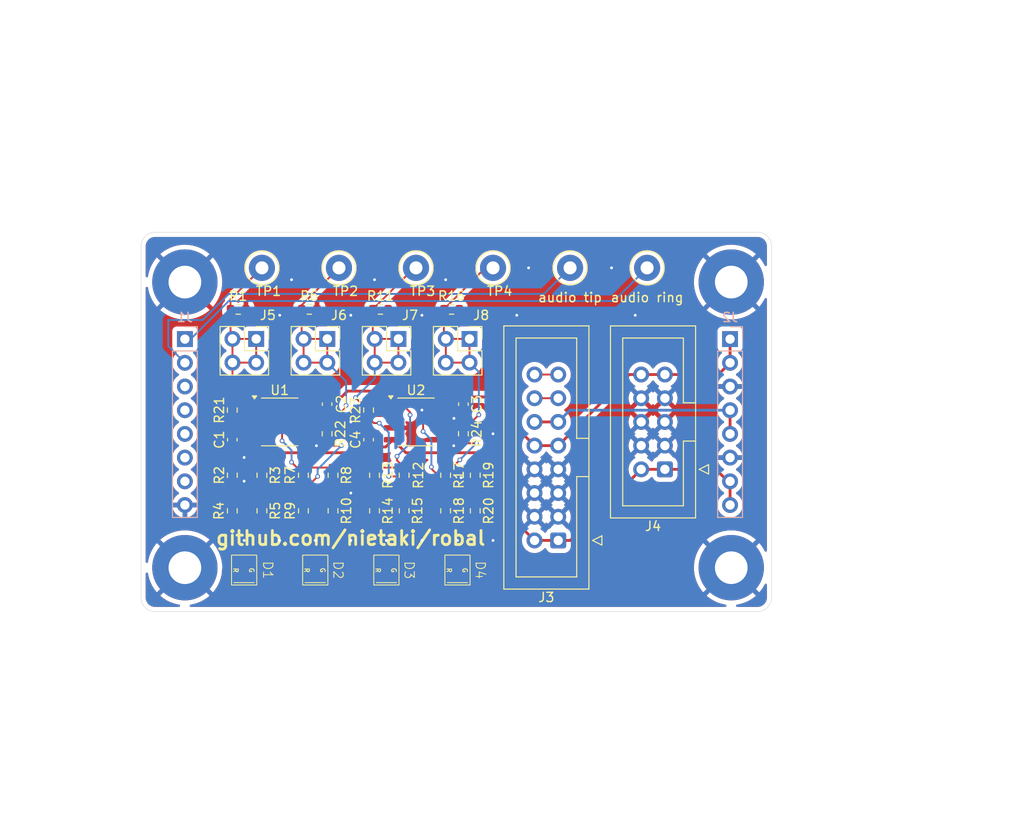
<source format=kicad_pcb>
(kicad_pcb (version 20240108) (generator "pcbnew") (generator_version "8.0")
  (layers (0 "F.Cu" signal) (31 "B.Cu" signal) (34 "B.Paste" user) (35 "F.Paste" user) (36 "B.SilkS" user "B.Silkscreen") (37 "F.SilkS" user "F.Silkscreen") (38 "B.Mask" user) (39 "F.Mask" user) (44 "Edge.Cuts" user))
  (net 0 "")
  (net 1 "Net-(D1-A2)")
  (net 2 "Net-(D1-A1)")
  (net 3 "Net-(D2-A2)")
  (net 4 "Net-(D2-A1)")
  (net 5 "GND")
  (net 6 "tri")
  (net 7 "pulse")
  (net 8 "manual_gate")
  (net 9 "EG")
  (net 10 "audio_tip")
  (net 11 "sine")
  (net 12 "audio_ring")
  (net 13 "+5V")
  (net 14 "+12V")
  (net 15 "-12V")
  (net 16 "cv")
  (net 17 "gate")
  (net 18 "Net-(D3-A1)")
  (net 19 "Net-(D3-A2)")
  (net 20 "Net-(D4-A1)")
  (net 21 "Net-(D4-A2)")
  (net 22 "Net-(J5-Pin_1)")
  (net 23 "Net-(J6-Pin_1)")
  (net 24 "Net-(J7-Pin_1)")
  (net 25 "Net-(J8-Pin_1)")
  (net 26 "Net-(R2-Pad2)")
  (net 27 "Net-(U1A--)")
  (net 28 "Net-(R7-Pad2)")
  (net 29 "Net-(U1B--)")
  (net 30 "Net-(R12-Pad2)")
  (net 31 "Net-(U2A--)")
  (net 32 "Net-(R17-Pad2)")
  (net 33 "Net-(U2B--)")
  (footprint "Resistor_SMD:R_0603_1608Metric" (layer "F.Cu") (at 144.78 100.965 90)
    (property "Reference" "R7")
    (property "Value" "100k")
  )
  (footprint "Resistor_SMD:R_0603_1608Metric" (layer "F.Cu") (at 160.02 104.775 -90)
    (property "Reference" "R18")
    (property "Value" "1k")
  )
  (footprint "Resistor_SMD:R_0603_1608Metric" (layer "F.Cu") (at 147.32 96.52 -90)
    (property "Reference" "R22")
    (property "Value" "100k")
  )
  (footprint "Connector_IDC:IDC-Header_2x08_P2.54mm_Vertical" (layer "F.Cu") (at 172.085 107.95 180)
    (property "Reference" "J3")
    (property "Value" "Conn_02x08_Odd_Even")
  )
  (footprint "Resistor_SMD:R_0603_1608Metric" (layer "F.Cu") (at 163.195 100.965 -90)
    (property "Reference" "R19")
    (property "Value" "1k")
  )
  (footprint "robal_footprints:E6C1209RVGC2UDA" (layer "F.Cu") (at 153.67 111.125 -90)
    (property "Reference" "D3")
    (property "Value" "LED_Dual_AKAK")
  )
  (footprint "Resistor_SMD:R_0603_1608Metric" (layer "F.Cu") (at 140.335 104.775 -90)
    (property "Reference" "R5")
    (property "Value" "1k")
  )
  (footprint "Resistor_SMD:R_0603_1608Metric" (layer "F.Cu") (at 160.02 100.965 -90)
    (property "Reference" "R17")
    (property "Value" "100k")
  )
  (footprint "Capacitor_SMD:C_0603_1608Metric" (layer "F.Cu") (at 137.16 97.155 -90)
    (property "Reference" "C1")
    (property "Value" "100n")
  )
  (footprint "Resistor_SMD:R_0603_1608Metric" (layer "F.Cu") (at 144.78 104.775 90)
    (property "Reference" "R9")
    (property "Value" "1k")
  )
  (footprint "Resistor_SMD:R_0603_1608Metric" (layer "F.Cu") (at 152.4 104.775 -90)
    (property "Reference" "R14")
    (property "Value" "1k")
  )
  (footprint "Resistor_SMD:R_0603_1608Metric" (layer "F.Cu") (at 153.035 83.185)
    (property "Reference" "R11")
    (property "Value" "1M")
  )
  (footprint "Connector_PinSocket_2.54mm:PinSocket_2x02_P2.54mm_Vertical" (layer "F.Cu") (at 154.96 86.355)
    (property "Reference" "J7")
    (property "Value" "Conn_02x02_Odd_Even")
  )
  (footprint "Resistor_SMD:R_0603_1608Metric" (layer "F.Cu") (at 137.16 104.775 90)
    (property "Reference" "R4")
    (property "Value" "1k")
  )
  (footprint "Capacitor_SMD:C_0603_1608Metric" (layer "F.Cu") (at 147.32 93.345 90)
    (property "Reference" "C2")
    (property "Value" "100n")
  )
  (footprint "Resistor_SMD:R_0603_1608Metric" (layer "F.Cu") (at 160.655 83.185)
    (property "Reference" "R16")
    (property "Value" "1M")
  )
  (footprint "Resistor_SMD:R_0603_1608Metric" (layer "F.Cu") (at 140.335 100.965 -90)
    (property "Reference" "R3")
    (property "Value" "1k")
  )
  (footprint "robal_footprints:E6C1209RVGC2UDA" (layer "F.Cu") (at 138.43 111.125 -90)
    (property "Reference" "D1")
    (property "Value" "LED_Dual_AKAK")
  )
  (footprint "Package_SO:SOIC-8_3.9x4.9mm_P1.27mm" (layer "F.Cu") (at 156.845 95.25)
    (property "Reference" "U2")
    (property "Value" "NE5532DR")
  )
  (footprint "Capacitor_SMD:C_0603_1608Metric" (layer "F.Cu") (at 161.925 93.345 -90)
    (property "Reference" "C3")
    (property "Value" "100n")
  )
  (footprint "Capacitor_SMD:C_0603_1608Metric" (layer "F.Cu") (at 151.765 97.155 -90)
    (property "Reference" "C4")
    (property "Value" "100n")
  )
  (footprint "Resistor_SMD:R_0603_1608Metric" (layer "F.Cu") (at 137.16 100.965 -90)
    (property "Reference" "R2")
    (property "Value" "100k")
  )
  (footprint "Resistor_SMD:R_0603_1608Metric" (layer "F.Cu") (at 137.795 83.185)
    (property "Reference" "R1")
    (property "Value" "1M")
  )
  (footprint "TestPoint:TestPoint_Loop_D3.50mm_Drill1.4mm_Beaded" (layer "F.Cu") (at 156.845 78.74)
    (property "Reference" "TP3")
    (property "Value" "TestPoint")
  )
  (footprint "TestPoint:TestPoint_Loop_D3.50mm_Drill1.4mm_Beaded" (layer "F.Cu") (at 173.355 78.74)
    (property "Reference" "TP5" (hide yes))
    (property "Value" "audio tip")
  )
  (footprint "Resistor_SMD:R_0603_1608Metric" (layer "F.Cu") (at 152.4 100.965 -90)
    (property "Reference" "R13")
    (property "Value" "1k")
  )
  (footprint "MountingHole:MountingHole_3.5mm_Pad_TopBottom" (layer "F.Cu") (at 190.627 80.264)
    (property "Reference" "H2" (hide yes))
    (property "Value" "MountingHole_Pad")
  )
  (footprint "Resistor_SMD:R_0603_1608Metric" (layer "F.Cu") (at 155.575 104.775 -90)
    (property "Reference" "R15")
    (property "Value" "1k")
  )
  (footprint "MountingHole:MountingHole_3.5mm_Pad_TopBottom" (layer "F.Cu") (at 132.08 110.871)
    (property "Reference" "H3" (hide yes))
    (property "Value" "MountingHole_Pad")
  )
  (footprint "Connector_PinSocket_2.54mm:PinSocket_2x02_P2.54mm_Vertical" (layer "F.Cu") (at 147.34 86.355)
    (property "Reference" "J6")
    (property "Value" "Conn_02x02_Odd_Even")
  )
  (footprint "robal_footprints:E6C1209RVGC2UDA" (layer "F.Cu") (at 146.05 111.125 -90)
    (property "Reference" "D2")
    (property "Value" "LED_Dual_AKAK")
  )
  (footprint "Resistor_SMD:R_0603_1608Metric" (layer "F.Cu") (at 161.925 96.52 -90)
    (property "Reference" "R24")
    (property "Value" "100k")
  )
  (footprint "Package_SO:SOIC-8_3.9x4.9mm_P1.27mm" (layer "F.Cu") (at 142.24 95.25)
    (property "Reference" "U1")
    (property "Value" "NE5532DR")
  )
  (footprint "Resistor_SMD:R_0603_1608Metric" (layer "F.Cu") (at 155.575 100.965 90)
    (property "Reference" "R12")
    (property "Value" "100k")
  )
  (footprint "Resistor_SMD:R_0603_1608Metric" (layer "F.Cu") (at 147.955 104.775 -90)
    (property "Reference" "R10")
    (property "Value" "1k")
  )
  (footprint "Connector_PinSocket_2.54mm:PinSocket_2x02_P2.54mm_Vertical" (layer "F.Cu") (at 162.58 86.355)
    (property "Reference" "J8")
    (property "Value" "Conn_02x02_Odd_Even")
  )
  (footprint "Connector_PinSocket_2.54mm:PinSocket_2x02_P2.54mm_Vertical" (layer "F.Cu") (at 139.72 86.355)
    (property "Reference" "J5")
    (property "Value" "Conn_02x02_Odd_Even")
  )
  (footprint "Resistor_SMD:R_0603_1608Metric" (layer "F.Cu") (at 163.195 104.775 -90)
    (property "Reference" "R20")
    (property "Value" "1k")
  )
  (footprint "Connector_IDC:IDC-Header_2x05_P2.54mm_Vertical" (layer "F.Cu") (at 183.515 100.33 180)
    (property "Reference" "J4")
    (property "Value" "Conn_02x05_Odd_Even")
  )
  (footprint "MountingHole:MountingHole_3.5mm_Pad_TopBottom" (layer "F.Cu") (at 190.627 110.871)
    (property "Reference" "H4" (hide yes))
    (property "Value" "MountingHole_Pad")
  )
  (footprint "Resistor_SMD:R_0603_1608Metric" (layer "F.Cu") (at 137.16 93.98 -90)
    (property "Reference" "R21")
    (property "Value" "100k")
  )
  (footprint "Resistor_SMD:R_0603_1608Metric" (layer "F.Cu") (at 145.415 83.185)
    (property "Reference" "R6")
    (property "Value" "1M")
  )
  (footprint "Resistor_SMD:R_0603_1608Metric" (layer "F.Cu") (at 147.955 100.965 -90)
    (property "Reference" "R8")
    (property "Value" "1k")
  )
  (footprint "TestPoint:TestPoint_Loop_D3.50mm_Drill1.4mm_Beaded" (layer "F.Cu") (at 140.335 78.74)
    (property "Reference" "TP1")
    (property "Value" "TestPoint")
  )
  (footprint "Resistor_SMD:R_0603_1608Metric" (layer "F.Cu") (at 151.765 93.98 -90)
    (property "Reference" "R23")
    (property "Value" "100k")
  )
  (footprint "robal_footprints:E6C1209RVGC2UDA" (layer "F.Cu") (at 161.29 111.125 -90)
    (property "Reference" "D4")
    (property "Value" "LED_Dual_AKAK")
  )
  (footprint "TestPoint:TestPoint_Loop_D3.50mm_Drill1.4mm_Beaded" (layer "F.Cu") (at 148.59 78.74)
    (property "Reference" "TP2")
    (property "Value" "TestPoint")
  )
  (footprint "MountingHole:MountingHole_3.5mm_Pad_TopBottom" (layer "F.Cu") (at 132.08 80.264)
    (property "Reference" "H1" (hide yes))
    (property "Value" "MountingHole_Pad")
  )
  (footprint "TestPoint:TestPoint_Loop_D3.50mm_Drill1.4mm_Beaded" (layer "F.Cu") (at 181.61 78.74)
    (property "Reference" "TP6" (hide yes))
    (property "Value" "audio ring")
  )
  (footprint "TestPoint:TestPoint_Loop_D3.50mm_Drill1.4mm_Beaded" (layer "F.Cu") (at 165.1 78.74)
    (property "Reference" "TP4")
    (property "Value" "TestPoint")
  )
  (footprint "Connector_PinHeader_2.54mm:PinHeader_1x08_P2.54mm_Vertical" (layer "B.Cu") (at 132.08 86.375 180)
    (property "Reference" "J1")
    (property "Value" "Conn_01x08")
  )
  (footprint "Connector_PinHeader_2.54mm:PinHeader_1x08_P2.54mm_Vertical" (layer "B.Cu") (at 190.5 86.375 180)
    (property "Reference" "J2")
    (property "Value" "Conn_01x08")
  )
  (gr_line (start 193.445 115.57) (end 128.881 115.57) (stroke (width 0.05)) (layer "Edge.Cuts"))
  (gr_line (start 127.381 114.07) (end 127.381 76.43) (stroke (width 0.05)) (layer "Edge.Cuts"))
  (gr_arc (start 194.945 114.07) (mid 194.50566 115.13066) (end 193.445 115.57) (stroke (width 0.05)) (layer "Edge.Cuts"))
  (gr_arc (start 193.445 74.93) (mid 194.50566 75.36934) (end 194.945 76.43) (stroke (width 0.05)) (layer "Edge.Cuts"))
  (gr_line (start 194.945 76.43) (end 194.945 114.07) (stroke (width 0.05)) (layer "Edge.Cuts"))
  (gr_arc (start 128.881 115.57) (mid 127.82034 115.13066) (end 127.381 114.07) (stroke (width 0.05)) (layer "Edge.Cuts"))
  (gr_arc (start 127.381 76.43) (mid 127.82034 75.36934) (end 128.881 74.93) (stroke (width 0.05)) (layer "Edge.Cuts"))
  (gr_line (start 128.881 74.93) (end 193.445 74.93) (stroke (width 0.05)) (layer "Edge.Cuts"))
  (gr_text "github.com/nietaki/robal" (at 135.255 108.585 0) (layer "F.SilkS") (effects (font (size 1.5 1.5) (thickness 0.3) (bold yes)) (justify left bottom)))
  (segment (start 141.11 102.565) (end 141.11 110.695) (width 0.2) (layer "F.Cu") (net 1))
  (segment (start 140.335 101.79) (end 139.32 101.79) (width 0.2) (layer "F.Cu") (net 1))
  (segment (start 137.48 109.825) (end 137.48 110.025) (width 0.2) (layer "F.Cu") (net 1))
  (segment (start 140.335 101.79) (end 141.11 102.565) (width 0.2) (layer "F.Cu") (net 1))
  (segment (start 139.38 111.925) (end 139.38 112.425) (width 0.2) (layer "F.Cu") (net 1))
  (segment (start 141.11 110.695) (end 139.38 112.425) (width 0.2) (layer "F.Cu") (net 1))
  (segment (start 139.32 101.79) (end 137.16 103.95) (width 0.2) (layer "F.Cu") (net 1))
  (segment (start 137.48 110.025) (end 139.38 111.925) (width 0.2) (layer "F.Cu") (net 1))
  (segment (start 140.335 108.87) (end 139.38 109.825) (width 0.2) (layer "F.Cu") (net 2))
  (segment (start 140.335 105.6) (end 140.335 108.87) (width 0.2) (layer "F.Cu") (net 2))
  (segment (start 147 112.225) (end 145.1 110.325) (width 0.2) (layer "F.Cu") (net 3))
  (segment (start 146.94 101.79) (end 144.78 103.95) (width 0.2) (layer "F.Cu") (net 3))
  (segment (start 145.1 110.325) (end 145.1 109.825) (width 0.2) (layer "F.Cu") (net 3))
  (segment (start 147.955 101.79) (end 146.94 101.79) (width 0.2) (layer "F.Cu") (net 3))
  (segment (start 144.78 103.95) (end 143.764 104.966) (width 0.2) (layer "F.Cu") (net 3))
  (segment (start 147 112.425) (end 147 112.225) (width 0.2) (layer "F.Cu") (net 3))
  (segment (start 143.764 104.966) (end 143.764 108.489) (width 0.2) (layer "F.Cu") (net 3))
  (segment (start 143.764 108.489) (end 145.1 109.825) (width 0.2) (layer "F.Cu") (net 3))
  (segment (start 147.955 105.6) (end 147.955 108.87) (width 0.2) (layer "F.Cu") (net 4))
  (segment (start 147.955 108.87) (end 147 109.825) (width 0.2) (layer "F.Cu") (net 4))
  (segment (start 161.658 94.12) (end 160.909 94.869) (width 0.3) (layer "F.Cu") (net 5))
  (segment (start 161.925 94.12) (end 161.658 94.12) (width 0.3) (layer "F.Cu") (net 5))
  (segment (start 164.02 103.125) (end 163.195 103.95) (width 0.3) (layer "F.Cu") (net 5))
  (segment (start 159.32 97.155) (end 160.241916 97.155) (width 0.3) (layer "F.Cu") (net 5))
  (segment (start 163.195 100.14) (end 162.75 100.14) (width 0.3) (layer "F.Cu") (net 5))
  (segment (start 137.655 95.885) (end 137.16 96.38) (width 0.3) (layer "F.Cu") (net 5))
  (segment (start 160.241916 97.155) (end 160.888916 97.802) (width 0.3) (layer "F.Cu") (net 5))
  (segment (start 145.53 97.155) (end 146.177 97.802) (width 0.3) (layer "F.Cu") (net 5))
  (segment (start 144.715 97.155) (end 145.53 97.155) (width 0.3) (layer "F.Cu") (net 5))
  (segment (start 139.765 95.885) (end 137.655 95.885) (width 0.3) (layer "F.Cu") (net 5))
  (segment (start 164.02 100.965) (end 164.02 103.125) (width 0.3) (layer "F.Cu") (net 5))
  (segment (start 162.75 100.14) (end 161.671 101.219) (width 0.3) (layer "F.Cu") (net 5))
  (segment (start 163.195 100.14) (end 164.02 100.965) (width 0.3) (layer "F.Cu") (net 5))
  (via (at 138.43 107.95) (size 0.5) (drill 0.3) (layers "F.Cu" "B.Cu") (net 5))
  (via (at 138.43 101.6) (size 0.5) (drill 0.3) (layers "F.Cu" "B.Cu") (net 5))
  (via (at 143.51 80.01) (size 0.5) (drill 0.3) (layers "F.Cu" "B.Cu") (net 5))
  (via (at 149.86 95.25) (size 0.5) (drill 0.3) (layers "F.Cu" "B.Cu") (net 5))
  (via (at 157.48 107.95) (size 0.5) (drill 0.3) (layers "F.Cu" "B.Cu") (net 5))
  (via (at 161.29 107.95) (size 0.5) (drill 0.3) (layers "F.Cu" "B.Cu") (net 5))
  (via (at 149.86 83.82) (size 0.5) (drill 0.3) (layers "F.Cu" "B.Cu") (net 5))
  (via (at 142.24 107.95) (size 0.5) (drill 0.3) (layers "F.Cu" "B.Cu") (net 5))
  (via (at 165.1 96.52) (size 0.5) (drill 0.3) (layers "F.Cu" "B.Cu") (net 5))
  (via (at 161.671 101.219) (size 0.6) (drill 0.3) (layers "F.Cu" "B.Cu") (net 5))
  (via (at 149.86 107.95) (size 0.5) (drill 0.3) (layers "F.Cu" "B.Cu") (net 5))
  (via (at 168.91 78.74) (size 0.5) (drill 0.3) (layers "F.Cu" "B.Cu") (net 5))
  (via (at 152.4 80.01) (size 0.5) (drill 0.3) (layers "F.Cu" "B.Cu") (net 5))
  (via (at 146.177 97.802) (size 0.6) (drill 0.3) (layers "F.Cu" "B.Cu") (net 5))
  (via (at 138.43 99.06) (size 0.5) (drill 0.3) (layers "F.Cu" "B.Cu") (net 5))
  (via (at 160.909 94.869) (size 0.6) (drill 0.3) (layers "F.Cu" "B.Cu") (net 5))
  (via (at 146.05 107.95) (size 0.5) (drill 0.3) (layers "F.Cu" "B.Cu") (net 5))
  (via (at 160.888916 97.802) (size 0.6) (drill 0.3) (layers "F.Cu" "B.Cu") (net 5))
  (via (at 157.48 93.98) (size 0.5) (drill 0.3) (layers "F.Cu" "B.Cu") (net 5))
  (via (at 167.64 83.82) (size 0.5) (drill 0.3) (layers "F.Cu" "B.Cu") (net 5))
  (via (at 149.86 102.87) (size 0.5) (drill 0.3) (layers "F.Cu" "B.Cu") (net 5))
  (via (at 165.1 107.95) (size 0.5) (drill 0.3) (layers "F.Cu" "B.Cu") (net 5))
  (via (at 160.02 80.01) (size 0.5) (drill 0.3) (layers "F.Cu" "B.Cu") (net 5))
  (via (at 153.67 107.95) (size 0.5) (drill 0.3) (layers "F.Cu" "B.Cu") (net 5))
  (via (at 157.48 83.82) (size 0.5) (drill 0.3) (layers "F.Cu" "B.Cu") (net 5))
  (via (at 177.8 78.74) (size 0.5) (drill 0.3) (layers "F.Cu" "B.Cu") (net 5))
  (via (at 142.24 83.82) (size 0.5) (drill 0.3) (layers "F.Cu" "B.Cu") (net 5))
  (via (at 180.34 83.82) (size 0.5) (drill 0.3) (layers "F.Cu" "B.Cu") (net 5))
  (segment (start 130.302 87.137) (end 130.302 84.328) (width 0.2) (layer "B.Cu") (net 10))
  (segment (start 132.08 88.915) (end 130.302 87.137) (width 0.2) (layer "B.Cu") (net 10))
  (segment (start 170.561 81.534) (end 173.355 78.74) (width 0.2) (layer "B.Cu") (net 10))
  (segment (start 136.779 81.534) (end 170.561 81.534) (width 0.2) (layer "B.Cu") (net 10))
  (segment (start 133.985 84.328) (end 136.779 81.534) (width 0.2) (layer "B.Cu") (net 10))
  (segment (start 130.302 84.328) (end 133.985 84.328) (width 0.2) (layer "B.Cu") (net 10))
  (segment (start 132.7 86.375) (end 136.779 82.296) (width 0.2) (layer "B.Cu") (net 12))
  (segment (start 178.054 82.296) (end 181.61 78.74) (width 0.2) (layer "B.Cu") (net 12))
  (segment (start 136.779 82.296) (end 178.054 82.296) (width 0.2) (layer "B.Cu") (net 12))
  (segment (start 132.08 86.375) (end 132.7 86.375) (width 0.2) (layer "B.Cu") (net 12))
  (segment (start 190.5 93.995) (end 190.5 96.535) (width 0.3) (layer "F.Cu") (net 13))
  (segment (start 169.545 95.25) (end 172.085 95.25) (width 0.3) (layer "F.Cu") (net 13))
  (segment (start 173.34 93.995) (end 172.085 95.25) (width 0.3) (layer "B.Cu") (net 13))
  (segment (start 190.5 93.995) (end 173.34 93.995) (width 0.3) (layer "B.Cu") (net 13))
  (segment (start 157.923 91.948) (end 149.492 91.948) (width 0.3) (layer "F.Cu") (net 14))
  (segment (start 164.325 92.57) (end 161.925 92.57) (width 0.3) (layer "F.Cu") (net 14))
  (segment (start 179.705 90.17) (end 172.085 97.79) (width 0.3) (layer "F.Cu") (net 14))
  (segment (start 190.5 86.375) (end 190.5 88.915) (width 0.3) (layer "F.Cu") (net 14))
  (segment (start 149.492 91.948) (end 147.32 94.12) (width 0.3) (layer "F.Cu") (net 14))
  (segment (start 190.5 88.915) (end 189.245 90.17) (width 0.3) (layer "F.Cu") (net 14))
  (segment (start 146.545 93.345) (end 147.32 94.12) (width 0.3) (layer "F.Cu") (net 14))
  (segment (start 180.975 90.17) (end 179.705 90.17) (width 0.3) (layer "F.Cu") (net 14))
  (segment (start 161.925 92.57) (end 160.095 92.57) (width 0.3) (layer "F.Cu") (net 14))
  (segment (start 189.245 90.17) (end 183.515 90.17) (width 0.3) (layer "F.Cu") (net 14))
  (segment (start 159.32 93.345) (end 157.923 91.948) (width 0.3) (layer "F.Cu") (net 14))
  (segment (start 160.095 92.57) (end 159.32 93.345) (width 0.3) (layer "F.Cu") (net 14))
  (segment (start 169.545 97.79) (end 164.325 92.57) (width 0.3) (layer "F.Cu") (net 14))
  (segment (start 172.085 97.79) (end 169.545 97.79) (width 0.3) (layer "F.Cu") (net 14))
  (segment (start 144.715 93.345) (end 146.545 93.345) (width 0.3) (layer "F.Cu") (net 14))
  (segment (start 183.515 90.17) (end 180.975 90.17) (width 0.3) (layer "F.Cu") (net 14))
  (segment (start 151.143 98.552) (end 141.162 98.552) (width 0.3) (layer "F.Cu") (net 15))
  (segment (start 153.595 97.93) (end 151.765 97.93) (width 0.3) (layer "F.Cu") (net 15))
  (segment (start 163.576 98.552) (end 155.767 98.552) (width 0.3) (layer "F.Cu") (net 15))
  (segment (start 141.162 98.552) (end 139.765 97.155) (width 0.3) (layer "F.Cu") (net 15))
  (segment (start 190.261 101.615) (end 188.976 100.33) (width 0.3) (layer "F.Cu") (net 15))
  (segment (start 190.5 104.155) (end 190.5 101.615) (width 0.3) (layer "F.Cu") (net 15))
  (segment (start 172.085 107.95) (end 169.545 107.95) (width 0.3) (layer "F.Cu") (net 15))
  (segment (start 164.846 103.251) (end 164.846 99.822) (width 0.3) (layer "F.Cu") (net 15))
  (segment (start 164.846 99.822) (end 163.576 98.552) (width 0.3) (layer "F.Cu") (net 15))
  (segment (start 137.935 97.155) (end 137.16 97.93) (width 0.3) (layer "F.Cu") (net 15))
  (segment (start 183.515 100.33) (end 180.975 100.33) (width 0.3) (layer "F.Cu") (net 15))
  (segment (start 180.975 100.33) (end 173.355 107.95) (width 0.3) (layer "F.Cu") (net 15))
  (segment (start 155.767 98.552) (end 154.37 97.155) (width 0.3) (layer "F.Cu") (net 15))
  (segment (start 169.545 107.95) (end 164.846 103.251) (width 0.3) (layer "F.Cu") (net 15))
  (segment (start 139.765 97.155) (end 137.935 97.155) (width 0.3) (layer "F.Cu") (net 15))
  (segment (start 190.5 101.615) (end 190.261 101.615) (width 0.3) (layer "F.Cu") (net 15))
  (segment (start 173.355 107.95) (end 172.085 107.95) (width 0.3) (layer "F.Cu") (net 15))
  (segment (start 151.765 97.93) (end 151.143 98.552) (width 0.3) (layer "F.Cu") (net 15))
  (segment (start 154.37 97.155) (end 153.595 97.93) (width 0.3) (layer "F.Cu") (net 15))
  (segment (start 188.976 100.33) (end 183.515 100.33) (width 0.3) (layer "F.Cu") (net 15))
  (segment (start 172.085 92.71) (end 169.545 92.71) (width 0.2) (layer "F.Cu") (net 16))
  (segment (start 169.545 90.17) (end 172.085 90.17) (width 0.2) (layer "F.Cu") (net 17))
  (segment (start 155.575 105.6) (end 155.575 108.87) (width 0.2) (layer "F.Cu") (net 18))
  (segment (start 155.575 108.87) (end 154.62 109.825) (width 0.2) (layer "F.Cu") (net 18))
  (segment (start 152.4 105.6) (end 152.4 109.505) (width 0.2) (layer "F.Cu") (net 19))
  (segment (start 151.625 104.825) (end 152.4 105.6) (width 0.2) (layer "F.Cu") (net 19))
  (segment (start 154.62 112.425) (end 154.62 112.225) (width 0.2) (layer "F.Cu") (net 19))
  (segment (start 152.72 110.325) (end 152.72 109.825) (width 0.2) (layer "F.Cu") (net 19))
  (segment (start 152.4 101.79) (end 151.625 102.565) (width 0.2) (layer "F.Cu") (net 19))
  (segment (start 151.625 102.565) (end 151.625 104.825) (width 0.2) (layer "F.Cu") (net 19))
  (segment (start 154.62 112.225) (end 152.72 110.325) (width 0.2) (layer "F.Cu") (net 19))
  (segment (start 152.4 109.505) (end 152.72 109.825) (width 0.2) (layer "F.Cu") (net 19))
  (segment (start 163.195 108.87) (end 162.24 109.825) (width 0.2) (layer "F.Cu") (net 20))
  (segment (start 163.195 105.6) (end 163.195 108.87) (width 0.2) (layer "F.Cu") (net 20))
  (segment (start 160.34 110.325) (end 160.34 109.825) (width 0.2) (layer "F.Cu") (net 21))
  (segment (start 160.02 105.6) (end 160.02 109.505) (width 0.2) (layer "F.Cu") (net 21))
  (segment (start 160.02 109.505) (end 160.34 109.825) (width 0.2) (layer "F.Cu") (net 21))
  (segment (start 162.24 112.425) (end 162.24 112.225) (width 0.2) (layer "F.Cu") (net 21))
  (segment (start 162.24 112.225) (end 160.34 110.325) (width 0.2) (layer "F.Cu") (net 21))
  (segment (start 163.195 101.79) (end 163.195 102.425) (width 0.2) (layer "F.Cu") (net 21))
  (segment (start 163.195 102.425) (end 160.02 105.6) (width 0.2) (layer "F.Cu") (net 21))
  (segment (start 136.97 82.105) (end 136.97 83.185) (width 0.2) (layer "F.Cu") (net 22))
  (segment (start 136.97 83.185) (end 136.97 86.145) (width 0.2) (layer "F.Cu") (net 22))
  (segment (start 139.72 88.895) (end 137.18 88.895) (width 0.2) (layer "F.Cu") (net 22))
  (segment (start 137.18 86.355) (end 139.72 86.355) (width 0.2) (layer "F.Cu") (net 22))
  (segment (start 137.18 88.895) (end 137.18 93.135) (width 0.2) (layer "F.Cu") (net 22))
  (segment (start 137.18 93.135) (end 137.16 93.155) (width 0.2) (layer "F.Cu") (net 22))
  (segment (start 136.97 86.145) (end 137.18 86.355) (width 0.2) (layer "F.Cu") (net 22))
  (segment (start 137.18 88.895) (end 137.18 86.355) (width 0.2) (layer "F.Cu") (net 22))
  (segment (start 140.335 78.74) (end 136.97 82.105) (width 0.2) (layer "F.Cu") (net 22))
  (segment (start 139.72 86.355) (end 139.72 88.895) (width 0.2) (layer "F.Cu") (net 22))
  (segment (start 147.34 86.355) (end 144.8 86.355) (width 0.2) (layer "F.Cu") (net 23))
  (segment (start 149.352 93.663) (end 147.32 95.695) (width 0.2) (layer "F.Cu") (net 23))
  (segment (start 148.59 78.74) (end 144.59 82.74) (width 0.2) (layer "F.Cu") (net 23))
  (segment (start 144.8 88.895) (end 147.34 88.895) (width 0.2) (layer "F.Cu") (net 23))
  (segment (start 149.352 93.472) (end 149.352 93.663) (width 0.2) (layer "F.Cu") (net 23))
  (segment (start 147.34 88.895) (end 147.34 86.355) (width 0.2) (layer "F.Cu") (net 23))
  (segment (start 144.59 86.145) (end 144.8 86.355) (width 0.2) (layer "F.Cu") (net 23))
  (segment (start 144.59 83.185) (end 144.59 86.145) (width 0.2) (layer "F.Cu") (net 23))
  (segment (start 144.59 82.74) (end 144.59 83.185) (width 0.2) (layer "F.Cu") (net 23))
  (segment (start 144.8 86.355) (end 144.8 88.895) (width 0.2) (layer "F.Cu") (net 23))
  (via (at 149.352 93.472) (size 0.5) (drill 0.3) (layers "F.Cu" "B.Cu") (net 23))
  (segment (start 149.352 90.907) (end 149.352 93.472) (width 0.2) (layer "B.Cu") (net 23))
  (segment (start 147.34 88.895) (end 149.352 90.907) (width 0.2) (layer "B.Cu") (net 23))
  (segment (start 151.765 93.155) (end 150.875 93.155) (width 0.2) (layer "F.Cu") (net 24))
  (segment (start 152.21 83.185) (end 152.21 86.145) (width 0.2) (layer "F.Cu") (net 24))
  (segment (start 152.42 88.895) (end 154.96 88.895) (width 0.2) (layer "F.Cu") (net 24))
  (segment (start 156.655 78.74) (end 152.21 83.185) (width 0.2) (layer "F.Cu") (net 24))
  (segment (start 152.21 86.145) (end 152.42 86.355) (width 0.2) (layer "F.Cu") (net 24))
  (segment (start 154.96 88.895) (end 154.96 86.355) (width 0.2) (layer "F.Cu") (net 24))
  (segment (start 152.42 86.355) (end 152.42 88.895) (width 0.2) (layer "F.Cu") (net 24))
  (segment (start 154.96 86.355) (end 152.42 86.355) (width 0.2) (layer "F.Cu") (net 24))
  (segment (start 150.875 93.155) (end 150.368 92.648) (width 0.2) (layer "F.Cu") (net 24))
  (segment (start 156.845 78.74) (end 156.655 78.74) (width 0.2) (layer "F.Cu") (net 24))
  (via (at 150.368 92.648) (size 0.5) (drill 0.3) (layers "F.Cu" "B.Cu") (net 24))
  (segment (start 150.368 92.648) (end 152.42 90.596) (width 0.2) (layer "B.Cu") (net 24))
  (segment (start 152.42 90.596) (end 152.42 88.895) (width 0.2) (layer "B.Cu") (net 24))
  (segment (start 164.275 78.74) (end 159.83 83.185) (width 0.2) (layer "F.Cu") (net 25))
  (segment (start 163.576 94.488) (end 162.369 95.695) (width 0.2) (layer "F.Cu") (net 25))
  (segment (start 159.83 86.145) (end 160.04 86.355) (width 0.2) (layer "F.Cu") (net 25))
  (segment (start 162.58 86.355) (end 162.58 88.895) (width 0.2) (layer "F.Cu") (net 25))
  (segment (start 165.1 78.74) (end 164.275 78.74) (width 0.2) (layer "F.Cu") (net 25))
  (segment (start 159.83 83.185) (end 159.83 86.145) (width 0.2) (layer "F.Cu") (net 25))
  (segment (start 162.369 95.695) (end 161.925 95.695) (width 0.2) (layer "F.Cu") (net 25))
  (segment (start 160.04 88.895) (end 160.04 86.355) (width 0.2) (layer "F.Cu") (net 25))
  (segment (start 162.58 88.895) (end 160.04 88.895) (width 0.2) (layer "F.Cu") (net 25))
  (segment (start 160.04 86.355) (end 162.58 86.355) (width 0.2) (layer "F.Cu") (net 25))
  (via (at 163.576 94.488) (size 0.5) (drill 0.3) (layers "F.Cu" "B.Cu") (net 25))
  (segment (start 163.576 89.891) (end 163.576 94.488) (width 0.2) (layer "B.Cu") (net 25))
  (segment (start 162.58 88.895) (end 163.576 89.891) (width 0.2) (layer "B.Cu") (net 25))
  (segment (start 140.335 100.14) (end 138.81 100.14) (width 0.2) (layer "F.Cu") (net 26))
  (segment (start 135.636 95.141352) (end 135.636 100.266) (width 0.2) (layer "F.Cu") (net 26))
  (segment (start 139.765 93.345) (end 138.790001 93.345) (width 0.2) (layer "F.Cu") (net 26))
  (segment (start 138.790001 93.345) (end 138.155001 93.98) (width 0.2) (layer "F.Cu") (net 26))
  (segment (start 135.636 100.266) (end 137.16 101.79) (width 0.2) (layer "F.Cu") (net 26))
  (segment (start 136.797352 93.98) (end 135.636 95.141352) (width 0.2) (layer "F.Cu") (net 26))
  (segment (start 138.155001 93.98) (end 136.797352 93.98) (width 0.2) (layer "F.Cu") (net 26))
  (segment (start 138.81 100.14) (end 137.16 101.79) (width 0.2) (layer "F.Cu") (net 26))
  (segment (start 137.16 94.805) (end 136.144 95.821) (width 0.2) (layer "F.Cu") (net 27))
  (segment (start 139.575 94.805) (end 139.765 94.615) (width 0.2) (layer "F.Cu") (net 27))
  (segment (start 136.144 95.821) (end 136.144 99.124) (width 0.2) (layer "F.Cu") (net 27))
  (segment (start 136.144 99.124) (end 137.16 100.14) (width 0.2) (layer "F.Cu") (net 27))
  (segment (start 137.16 94.805) (end 139.575 94.805) (width 0.2) (layer "F.Cu") (net 27))
  (segment (start 143.740001 94.615) (end 144.715 94.615) (width 0.2) (layer "F.Cu") (net 28))
  (segment (start 142.494 97.282) (end 142.494 95.861001) (width 0.2) (layer "F.Cu") (net 28))
  (segment (start 147.955 100.14) (end 144.78 100.14) (width 0.2) (layer "F.Cu") (net 28))
  (segment (start 144.082 100.14) (end 143.51 99.568) (width 0.2) (layer "F.Cu") (net 28))
  (segment (start 142.494 95.861001) (end 143.740001 94.615) (width 0.2) (layer "F.Cu") (net 28))
  (segment (start 144.78 100.14) (end 144.082 100.14) (width 0.2) (layer "F.Cu") (net 28))
  (via (at 142.494 97.282) (size 0.5) (drill 0.3) (layers "F.Cu" "B.Cu") (net 28))
  (via (at 143.51 99.568) (size 0.5) (drill 0.3) (layers "F.Cu" "B.Cu") (net 28))
  (segment (start 143.51 99.568) (end 143.51 98.298) (width 0.2) (layer "B.Cu") (net 28))
  (segment (start 143.51 98.298) (end 142.494 97.282) (width 0.2) (layer "B.Cu") (net 28))
  (segment (start 145.606 101.79) (end 146.304 101.092) (width 0.2) (layer "F.Cu") (net 29))
  (segment (start 144.715 95.885) (end 145.86 95.885) (width 0.2) (layer "F.Cu") (net 29))
  (segment (start 147.765 97.79) (end 147.32 97.345) (width 0.2) (layer "F.Cu") (net 29))
  (segment (start 148.844 97.79) (end 147.765 97.79) (width 0.2) (layer "F.Cu") (net 29))
  (segment (start 145.86 95.885) (end 147.32 97.345) (width 0.2) (layer "F.Cu") (net 29))
  (segment (start 144.78 101.79) (end 145.606 101.79) (width 0.2) (layer "F.Cu") (net 29))
  (via (at 146.304 101.092) (size 0.5) (drill 0.3) (layers "F.Cu" "B.Cu") (net 29))
  (via (at 148.844 97.79) (size 0.5) (drill 0.3) (layers "F.Cu" "B.Cu") (net 29))
  (segment (start 146.304 101.092) (end 146.304 100.33) (width 0.2) (layer "B.Cu") (net 29))
  (segment (start 146.304 100.33) (end 148.844 97.79) (width 0.2) (layer "B.Cu") (net 29))
  (segment (start 156.21 94.210001) (end 155.344999 93.345) (width 0.2) (layer "F.Cu") (net 30))
  (segment (start 154.813 98.933) (end 154.813 99.378) (width 0.2) (layer "F.Cu") (net 30))
  (segment (start 156.21 94.488) (end 156.21 94.210001) (width 0.2) (layer "F.Cu") (net 30))
  (segment (start 155.575 100.14) (end 152.4 100.14) (width 0.2) (layer "F.Cu") (net 30))
  (segment (start 154.813 99.378) (end 155.575 100.14) (width 0.2) (layer "F.Cu") (net 30))
  (segment (start 155.344999 93.345) (end 154.37 93.345) (width 0.2) (layer "F.Cu") (net 30))
  (via (at 156.21 94.488) (size 0.5) (drill 0.3) (layers "F.Cu" "B.Cu") (net 30))
  (via (at 154.813 98.933) (size 0.5) (drill 0.3) (layers "F.Cu" "B.Cu") (net 30))
  (segment (start 156.21 94.488) (end 156.21 97.536) (width 0.2) (layer "B.Cu") (net 30))
  (segment (start 156.21 97.536) (end 154.813 98.933) (width 0.2) (layer "B.Cu") (net 30))
  (segment (start 152.908 95.377) (end 152.337 95.377) (width 0.2) (layer "F.Cu") (net 31))
  (segment (start 152.337 95.377) (end 151.765 94.805) (width 0.2) (layer "F.Cu") (net 31))
  (segment (start 154.37 94.615) (end 151.955 94.615) (width 0.2) (layer "F.Cu") (net 31))
  (segment (start 153.924 101.092) (end 154.877 101.092) (width 0.2) (layer "F.Cu") (net 31))
  (segment (start 154.877 101.092) (end 155.575 101.79) (width 0.2) (layer "F.Cu") (net 31))
  (segment (start 151.955 94.615) (end 151.765 94.805) (width 0.2) (layer "F.Cu") (net 31))
  (via (at 152.908 95.377) (size 0.5) (drill 0.3) (layers "F.Cu" "B.Cu") (net 31))
  (via (at 153.924 101.092) (size 0.5) (drill 0.3) (layers "F.Cu" "B.Cu") (net 31))
  (segment (start 153.924 96.393) (end 153.924 101.092) (width 0.2) (layer "B.Cu") (net 31))
  (segment (start 152.908 95.377) (end 153.924 96.393) (width 0.2) (layer "B.Cu") (net 31))
  (segment (start 157.607 96.266) (end 157.607 95.353001) (width 0.2) (layer "F.Cu") (net 32))
  (segment (start 158.345001 94.615) (end 159.32 94.615) (width 0.2) (layer "F.Cu") (net 32))
  (segment (start 158.496 100.266) (end 160.02 101.79) (width 0.2) (layer "F.Cu") (net 32))
  (segment (start 160.02 101.79) (end 160.02 103.95) (width 0.2) (layer "F.Cu") (net 32))
  (segment (start 158.496 100.076) (end 158.496 100.266) (width 0.2) (layer "F.Cu") (net 32))
  (segment (start 157.607 95.353001) (end 158.345001 94.615) (width 0.2) (layer "F.Cu") (net 32))
  (via (at 158.496 100.076) (size 0.5) (drill 0.3) (layers "F.Cu" "B.Cu") (net 32))
  (via (at 157.607 96.266) (size 0.5) (drill 0.3) (layers "F.Cu" "B.Cu") (net 32))
  (segment (start 157.607 96.266) (end 158.496 97.155) (width 0.2) (layer "B.Cu") (net 32))
  (segment (start 158.496 97.155) (end 158.496 100.076) (width 0.2) (layer "B.Cu") (net 32))
  (segment (start 159.32 95.885) (end 160.465 95.885) (width 0.2) (layer "F.Cu") (net 33))
  (segment (start 160.465 95.885) (end 161.925 97.345) (width 0.2) (layer "F.Cu") (net 33))
  (segment (start 160.718 100.14) (end 161.544 99.314) (width 0.2) (layer "F.Cu") (net 33))
  (segment (start 163.322 97.536) (end 162.116 97.536) (width 0.2) (layer "F.Cu") (net 33))
  (segment (start 160.02 100.14) (end 160.718 100.14) (width 0.2) (layer "F.Cu") (net 33))
  (segment (start 162.116 97.536) (end 161.925 97.345) (width 0.2) (layer "F.Cu") (net 33))
  (via (at 163.322 97.536) (size 0.5) (drill 0.3) (layers "F.Cu" "B.Cu") (net 33))
  (via (at 161.544 99.314) (size 0.5) (drill 0.3) (layers "F.Cu" "B.Cu") (net 33))
  (segment (start 161.544 99.314) (end 163.322 97.536) (width 0.2) (layer "B.Cu") (net 33))
  (zone (net 5) (net_name "GND") (layer "F.Cu") (priority 1) (connect_pads (clearance 0.5)) (min_thickness 0.25) (fill yes (thermal_gap 0.5) (thermal_bridge_width 0.5))
    (polygon (pts (xy 112.268 66.04) (xy 112.522 135.382) (xy 221.996 137.922) (xy 212.852 50.038) (xy 115.062 56.134) (xy 112.522 59.69)))
  )
  (zone (net 5) (net_name "GND") (layer "B.Cu") (connect_pads (clearance 0.5)) (min_thickness 0.25) (fill yes (thermal_gap 0.5) (thermal_bridge_width 0.5))
    (polygon (pts (xy 122.555 68.58) (xy 121.92 126.365) (xy 202.565 129.54) (xy 203.835 64.135) (xy 125.095 65.405)))
  )
)
</source>
